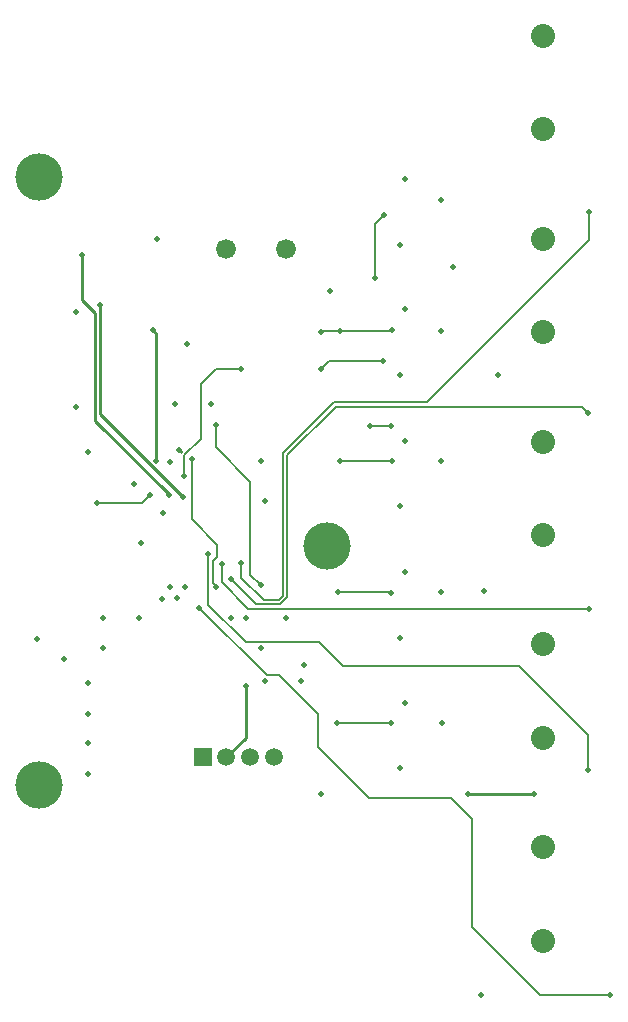
<source format=gbr>
%TF.GenerationSoftware,Altium Limited,Altium Designer,20.1.12 (249)*%
G04 Layer_Physical_Order=4*
G04 Layer_Color=16711680*
%FSLAX26Y26*%
%MOIN*%
%TF.SameCoordinates,D7814EA1-E16B-4454-910B-2193EC0156EE*%
%TF.FilePolarity,Positive*%
%TF.FileFunction,Copper,L4,Bot,Signal*%
%TF.Part,Single*%
G01*
G75*
%TA.AperFunction,Conductor*%
%ADD31C,0.010000*%
%ADD32C,0.008000*%
%TA.AperFunction,ViaPad*%
%ADD34C,0.157480*%
%TA.AperFunction,ComponentPad*%
%ADD35C,0.059055*%
%ADD36R,0.059055X0.059055*%
%ADD37C,0.080000*%
%ADD38C,0.066142*%
%TA.AperFunction,ViaPad*%
%ADD39C,0.020000*%
D31*
X512349Y1872349D02*
Y2297651D01*
X500000Y2310000D02*
X512349Y2297651D01*
X309000Y2008373D02*
X555000Y1762373D01*
Y1760000D02*
Y1762373D01*
X745630Y886654D02*
X810000Y951024D01*
Y1125000D01*
X325000Y2030000D02*
X600000Y1755000D01*
X325000Y2030000D02*
Y2395000D01*
X309000Y2008373D02*
Y2366000D01*
X1550000Y765000D02*
X1770000D01*
X265000Y2410000D02*
Y2560000D01*
Y2410000D02*
X309000Y2366000D01*
X589313Y1909062D02*
X590938D01*
X595000Y1905000D01*
D32*
X880000Y1160000D02*
X920000D01*
X655000Y1385000D02*
X880000Y1160000D01*
X630000Y1680000D02*
Y1880000D01*
X715000Y1555000D02*
Y1595000D01*
X630000Y1680000D02*
X715000Y1595000D01*
X700000Y1540000D02*
X715000Y1555000D01*
X685000Y1395000D02*
Y1565000D01*
Y1395000D02*
X810000Y1270000D01*
X700000Y1465686D02*
Y1540000D01*
Y1465686D02*
X710000Y1455686D01*
Y1455000D02*
Y1455686D01*
X818000Y1382000D02*
X1443876D01*
X1445876Y1380000D01*
X760000Y1480000D02*
X760000D01*
X844000Y1396000D02*
X925799D01*
X760000Y1480000D02*
X844000Y1396000D01*
X730000Y1470000D02*
X818000Y1382000D01*
X730000Y1470000D02*
Y1530000D01*
X465000Y1735000D02*
X490000Y1760000D01*
X315000Y1735000D02*
X465000D01*
X1119427Y1436250D02*
X1120052Y1435625D01*
X1294375D01*
X1295000Y1435000D01*
X1445876Y1380000D02*
X1955000D01*
X710000Y2180000D02*
X795000D01*
X660000Y2130000D02*
X710000Y2180000D01*
X660000Y1948787D02*
Y2130000D01*
X605000Y1825000D02*
Y1893787D01*
X660000Y1948787D01*
X1565000Y320000D02*
Y680000D01*
X1220000Y750000D02*
X1495000D01*
X1565000Y680000D01*
X1790000Y95000D02*
X2025000D01*
X1565000Y320000D02*
X1790000Y95000D01*
X1050000Y920000D02*
X1220000Y750000D01*
X920000Y1160000D02*
X1050000Y1030000D01*
Y920000D02*
Y1030000D01*
X1950000Y845000D02*
Y960000D01*
X1720000Y1190000D02*
X1950000Y960000D01*
X1135000Y1190000D02*
X1720000D01*
X810000Y1270000D02*
X1055000D01*
X1135000Y1190000D01*
X1929899Y2055101D02*
X1950000Y2035000D01*
X1109899Y2055101D02*
X1929899D01*
X949000Y1419201D02*
Y1894201D01*
X1109899Y2055101D01*
X925799Y1396000D02*
X949000Y1419201D01*
X1955000Y2610000D02*
Y2705000D01*
X1415000Y2070000D02*
X1955000Y2610000D01*
X1105000Y2070000D02*
X1415000D01*
X935000Y1900000D02*
X1105000Y2070000D01*
X935000Y1425000D02*
Y1900000D01*
X870000Y1410000D02*
X920000D01*
X935000Y1425000D01*
X795000Y1485000D02*
X870000Y1410000D01*
X795000Y1485000D02*
Y1535000D01*
X1060000Y2180000D02*
X1088750Y2208750D01*
X1268750D01*
X1126803Y2308552D02*
X1295428D01*
X1296875Y2310000D01*
X1060000Y2305000D02*
X1061053Y2306052D01*
X1124303D01*
X1125355Y2307105D02*
X1126803Y2308552D01*
X1124303Y2306052D02*
X1125355Y2307105D01*
X1240000Y2485000D02*
Y2665000D01*
X1270000Y2695000D01*
X825000Y1495000D02*
X860000Y1460000D01*
X710000Y1920000D02*
X825000Y1805000D01*
Y1495000D02*
Y1805000D01*
X710000Y1920000D02*
Y1995000D01*
X1225000Y1990000D02*
X1295000D01*
X1125000Y1875000D02*
X1296562D01*
X1115000Y1000000D02*
X1295000D01*
D34*
X1080000Y1590000D02*
D03*
X120000Y795000D02*
D03*
Y2820000D02*
D03*
D35*
X824370Y886654D02*
D03*
X745630D02*
D03*
X903110D02*
D03*
D36*
X666890D02*
D03*
D37*
X1800000Y1262274D02*
D03*
Y951250D02*
D03*
Y1938524D02*
D03*
Y1627500D02*
D03*
Y2614774D02*
D03*
Y2303750D02*
D03*
Y3291024D02*
D03*
Y2980000D02*
D03*
Y586024D02*
D03*
Y275000D02*
D03*
D38*
X745000Y2582018D02*
D03*
X945000D02*
D03*
D39*
X500000Y2310000D02*
D03*
X512349Y1872349D02*
D03*
X575000Y2065000D02*
D03*
X695000D02*
D03*
X1325000Y2595000D02*
D03*
X655000Y1385000D02*
D03*
X436620Y1795961D02*
D03*
X315000Y1735000D02*
D03*
X490000Y1760000D02*
D03*
X555000D02*
D03*
X1119427Y1436250D02*
D03*
X1500000Y2520000D02*
D03*
X1955000Y1380000D02*
D03*
X730000Y1530000D02*
D03*
X760000Y1480000D02*
D03*
X605000Y1825000D02*
D03*
X2025000Y95000D02*
D03*
X1950000Y845000D02*
D03*
X685000Y1565000D02*
D03*
X1950000Y2035000D02*
D03*
X1955000Y2705000D02*
D03*
X795000Y1535000D02*
D03*
X1770000Y765000D02*
D03*
X1550000D02*
D03*
X1595000Y95000D02*
D03*
X1060000Y765000D02*
D03*
X1605000Y1440000D02*
D03*
X1650000Y2160000D02*
D03*
X795000Y2180000D02*
D03*
X615000Y2265000D02*
D03*
X1268750Y2208750D02*
D03*
X1060000Y2180000D02*
D03*
X1125355Y2307105D02*
D03*
X1060000Y2305000D02*
D03*
X1090000Y2440000D02*
D03*
X600000Y1755000D02*
D03*
X1270000Y2695000D02*
D03*
X1240000Y2485000D02*
D03*
X515000Y2615000D02*
D03*
X265000Y2560000D02*
D03*
X325000Y2395000D02*
D03*
X205000Y1215000D02*
D03*
X115000Y1280000D02*
D03*
X285000Y1905000D02*
D03*
X875000Y1740000D02*
D03*
X860000Y1875000D02*
D03*
X875000Y1140000D02*
D03*
X995000D02*
D03*
X1005000Y1195000D02*
D03*
X945000Y1350000D02*
D03*
X335591Y1249409D02*
D03*
Y1351772D02*
D03*
X454409Y1350591D02*
D03*
X530404Y1414597D02*
D03*
X608386Y1455000D02*
D03*
X557205Y1452795D02*
D03*
X582795Y1417795D02*
D03*
X285000Y830000D02*
D03*
Y935000D02*
D03*
Y1030000D02*
D03*
Y1135000D02*
D03*
X460000Y1600000D02*
D03*
X535000Y1700000D02*
D03*
X557230Y1870713D02*
D03*
X589313Y1909062D02*
D03*
X710000Y1995000D02*
D03*
X630000Y1880000D02*
D03*
X710000Y1455000D02*
D03*
X860000Y1460000D02*
D03*
X760000Y1350000D02*
D03*
X860000Y1250000D02*
D03*
X810000Y1350000D02*
D03*
Y1125000D02*
D03*
X245000Y2054183D02*
D03*
Y2369183D02*
D03*
X1295000Y1990000D02*
D03*
X1225000D02*
D03*
X1296875Y2310000D02*
D03*
X1295000Y1435000D02*
D03*
X1296562Y1875000D02*
D03*
X1125000D02*
D03*
X1115000Y1000000D02*
D03*
X1295000D02*
D03*
X1461705Y2745000D02*
D03*
Y2308750D02*
D03*
Y1873100D02*
D03*
Y1436250D02*
D03*
X1465000Y1000000D02*
D03*
X1324527Y2160000D02*
D03*
Y1725000D02*
D03*
Y1285000D02*
D03*
Y850000D02*
D03*
X1340000Y1066900D02*
D03*
Y1505000D02*
D03*
Y1940000D02*
D03*
Y2380000D02*
D03*
Y2815000D02*
D03*
%TF.MD5,1a01258beb1372ac1a8d82f8b70ea0c3*%
M02*

</source>
